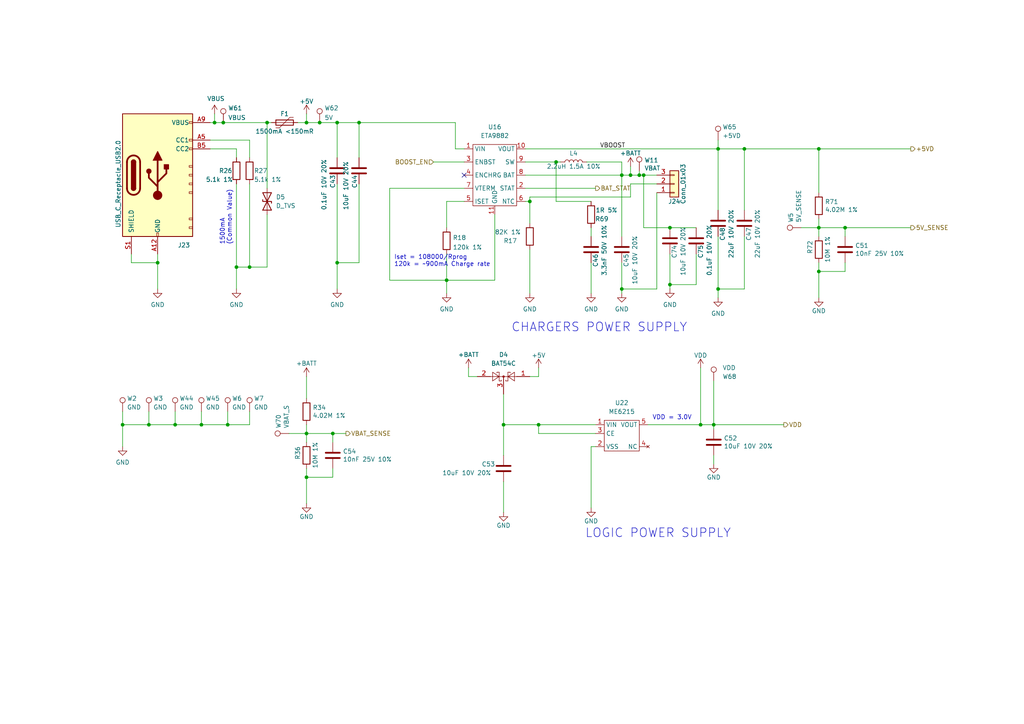
<source format=kicad_sch>
(kicad_sch (version 20211123) (generator eeschema)
  (paper "A4")
  (lib_symbols
    (symbol "Connector_Generic:Conn_01x03" (pin_names (offset 1.016) hide)
      (property "Reference" "J" (at 0 5.08 0))
      (property "Value" "Conn_01x03" (at 0 -5.08 0))
      (symbol "Conn_01x03_1_1"
        (rectangle (start -1.27 -2.413) (end 0 -2.667) (stroke (width 0.1524)))
        (rectangle (start -1.27 0.127) (end 0 -0.127) (stroke (width 0.1524)))
        (rectangle (start -1.27 2.667) (end 0 2.413) (stroke (width 0.1524)))
        (rectangle (start -1.27 3.81) (end 1.27 -3.81) (stroke (width 0.254)) (fill (type background)))
        (pin passive line (at -5.08 2.54 0) (length 3.81) (name "Pin_1") (number "1"))
        (pin passive line (at -5.08 0 0) (length 3.81) (name "Pin_2") (number "2"))
        (pin passive line (at -5.08 -2.54 0) (length 3.81) (name "Pin_3") (number "3"))
      )
    )
    (symbol "Device:C" (pin_numbers hide) (pin_names (offset 0.254))
      (property "Reference" "C" (at 0.635 2.54 0))
      (property "Value" "C" (at 0.635 -2.54 0))
      (symbol "C_0_1"
        (polyline (pts (xy -2.032 -0.762) (xy 2.032 -0.762)) (stroke (width 0.508)))
        (polyline (pts (xy -2.032 0.762) (xy 2.032 0.762)) (stroke (width 0.508)))
      )
      (symbol "C_1_1"
        (pin passive line (at 0 3.81 270) (length 2.794) (name "~") (number "1"))
        (pin passive line (at 0 -3.81 90) (length 2.794) (name "~") (number "2"))
      )
    )
    (symbol "Device:D_TVS" (pin_numbers hide) (pin_names (offset 1.016) hide)
      (property "Reference" "D" (at 0 2.54 0))
      (property "Value" "D_TVS" (at 0 -2.54 0))
      (symbol "D_TVS_0_1"
        (polyline (pts (xy 1.27 0) (xy -1.27 0)))
        (polyline (pts (xy 0.508 1.27) (xy 0 1.27) (xy 0 -1.27) (xy -0.508 -1.27)) (stroke (width 0.254)))
        (polyline (pts (xy -2.54 1.27) (xy -2.54 -1.27) (xy 2.54 1.27) (xy 2.54 -1.27) (xy -2.54 1.27)) (stroke (width 0.254)))
      )
      (symbol "D_TVS_1_1"
        (pin passive line (at -3.81 0 0) (length 2.54) (name "A1") (number "1"))
        (pin passive line (at 3.81 0 180) (length 2.54) (name "A2") (number "2"))
      )
    )
    (symbol "Device:L" (pin_numbers hide) (pin_names (offset 1.016) hide)
      (property "Reference" "L" (at -1.27 0 90))
      (property "Value" "L" (at 1.905 0 90))
      (symbol "L_0_1"
        (arc (start 0 -2.54) (mid 0.635 -1.905) (end 0 -1.27))
        (arc (start 0 -1.27) (mid 0.635 -0.635) (end 0 0))
        (arc (start 0 0) (mid 0.635 0.635) (end 0 1.27))
        (arc (start 0 1.27) (mid 0.635 1.905) (end 0 2.54))
      )
      (symbol "L_1_1"
        (pin passive line (at 0 3.81 270) (length 1.27) (name "1") (number "1"))
        (pin passive line (at 0 -3.81 90) (length 1.27) (name "2") (number "2"))
      )
    )
    (symbol "Device:Polyfuse" (pin_numbers hide) (pin_names (offset 0))
      (property "Reference" "F" (at -2.54 0 90))
      (property "Value" "Polyfuse" (at 2.54 0 90))
      (symbol "Polyfuse_0_1"
        (rectangle (start -0.762 2.54) (end 0.762 -2.54) (stroke (width 0.254)))
        (polyline (pts (xy 0 2.54) (xy 0 -2.54)))
        (polyline (pts (xy -1.524 2.54) (xy -1.524 1.524) (xy 1.524 -1.524) (xy 1.524 -2.54)))
      )
      (symbol "Polyfuse_1_1"
        (pin passive line (at 0 3.81 270) (length 1.27) (name "~") (number "1"))
        (pin passive line (at 0 -3.81 90) (length 1.27) (name "~") (number "2"))
      )
    )
    (symbol "Device:R" (pin_numbers hide) (pin_names (offset 0))
      (property "Reference" "R" (at 2.032 0 90))
      (property "Value" "R" (at 0 0 90))
      (symbol "R_0_1"
        (rectangle (start -1.016 -2.54) (end 1.016 2.54) (stroke (width 0.254)))
      )
      (symbol "R_1_1"
        (pin passive line (at 0 3.81 270) (length 1.27) (name "~") (number "1"))
        (pin passive line (at 0 -3.81 90) (length 1.27) (name "~") (number "2"))
      )
    )
    (symbol "Diode:BAT54C" (pin_names (offset 1.016))
      (property "Reference" "D" (at 0.635 -3.81 0))
      (property "Value" "BAT54C" (at -6.35 3.175 0))
      (symbol "BAT54C_0_1"
        (polyline (pts (xy -1.905 0) (xy 1.905 0)))
        (polyline (pts (xy -1.905 1.27) (xy -1.905 1.016)))
        (polyline (pts (xy -1.27 -1.27) (xy -0.635 -1.27)))
        (polyline (pts (xy -1.27 0) (xy -3.81 0)))
        (polyline (pts (xy -1.27 1.27) (xy -1.905 1.27)))
        (polyline (pts (xy -1.27 1.27) (xy -1.27 -1.27)))
        (polyline (pts (xy -0.635 -1.27) (xy -0.635 -1.016)))
        (polyline (pts (xy 0.635 -1.27) (xy 0.635 -1.016)))
        (polyline (pts (xy 1.27 -1.27) (xy 0.635 -1.27)))
        (polyline (pts (xy 1.27 1.27) (xy 1.27 -1.27)))
        (polyline (pts (xy 1.27 1.27) (xy 1.905 1.27)))
        (polyline (pts (xy 1.905 1.27) (xy 1.905 1.016)))
        (polyline (pts (xy 3.81 0) (xy 1.27 0)))
        (polyline (pts (xy -3.175 -1.27) (xy -3.175 1.27) (xy -1.27 0) (xy -3.175 -1.27)))
        (polyline (pts (xy 3.175 -1.27) (xy 3.175 1.27) (xy 1.27 0) (xy 3.175 -1.27)))
        (circle (center 0 0) (radius 0.254) (fill (type outline)))
      )
      (symbol "BAT54C_1_1"
        (pin passive line (at -7.62 0 0) (length 3.81) (name "~") (number "1"))
        (pin passive line (at 7.62 0 180) (length 3.81) (name "~") (number "2"))
        (pin passive line (at 0 -5.08 90) (length 5.08) (name "~") (number "3"))
      )
    )
    (symbol "Pixels-dice:ETA9882"
      (property "Reference" "U" (at -5.08 -17.78 0))
      (property "Value" "ETA9882" (at -10.16 2.54 0))
      (symbol "ETA9882_0_1"
        (rectangle (start -16.51 1.27) (end -3.81 -16.51))
      )
      (symbol "ETA9882_1_1"
        (pin power_in line (at -19.05 0 0) (length 2.54) (name "VIN") (number "1"))
        (pin power_out line (at -1.27 0 180) (length 2.54) (name "VOUT") (number "10"))
        (pin power_out line (at -10.16 -19.05 90) (length 2.54) (name "GND") (number "11"))
        (pin output line (at -1.27 -11.43 180) (length 2.54) (name "STAT") (number "2"))
        (pin input line (at -19.05 -3.81 0) (length 2.54) (name "ENBST") (number "3"))
        (pin input line (at -19.05 -7.62 0) (length 2.54) (name "ENCHRG") (number "4"))
        (pin output line (at -19.05 -15.24 0) (length 2.54) (name "ISET") (number "5"))
        (pin input line (at -1.27 -15.24 180) (length 2.54) (name "NTC") (number "6"))
        (pin input line (at -19.05 -11.43 0) (length 2.54) (name "VTERM") (number "7"))
        (pin power_in line (at -1.27 -7.62 180) (length 2.54) (name "BAT") (number "8"))
        (pin output line (at -1.27 -3.81 180) (length 2.54) (name "SW") (number "9"))
      )
    )
    (symbol "Pixels-dice:ME6215"
      (property "Reference" "U" (at 3.175 -6.35 0))
      (property "Value" "ME6215" (at 0 5.08 0))
      (symbol "ME6215_0_1"
        (rectangle (start -5.08 3.81) (end 5.08 -5.08))
      )
      (symbol "ME6215_1_1"
        (pin power_in line (at -7.62 2.54 0) (length 2.54) (name "VIN") (number "1"))
        (pin power_in line (at -7.62 -3.81 0) (length 2.54) (name "VSS") (number "2"))
        (pin input line (at -7.62 0 0) (length 2.54) (name "CE") (number "3"))
        (pin no_connect line (at 7.62 -3.81 180) (length 2.54) (name "NC") (number "4"))
        (pin power_out line (at 7.62 2.54 180) (length 2.54) (name "VOUT") (number "5"))
      )
    )
    (symbol "Pixels-dice:TEST_1P-conn" (pin_numbers hide) (pin_names (offset 0.762) hide)
      (property "Reference" "W" (at 0 6.858 0))
      (property "Value" "TEST_1P-conn" (at 0 5.08 0))
      (symbol "TEST_1P-conn_0_1"
        (circle (center 0 3.302) (radius 0.762))
      )
      (symbol "TEST_1P-conn_1_1"
        (pin passive line (at 0 0 90) (length 2.54) (name "1") (number "1"))
      )
    )
    (symbol "Pixels-dice:USB_C_Receptacle_USB2.0" (pin_names (offset 1.016))
      (property "Reference" "J" (at -10.16 19.05 0))
      (property "Value" "USB_C_Receptacle_USB2.0" (at 19.05 19.05 0))
      (symbol "USB_C_Receptacle_USB2.0_0_0"
        (rectangle (start -0.254 -17.78) (end 0.254 -16.764))
        (rectangle (start 10.16 -14.986) (end 9.144 -15.494))
        (rectangle (start 10.16 -12.446) (end 9.144 -12.954))
        (rectangle (start 10.16 -4.826) (end 9.144 -5.334))
        (rectangle (start 10.16 -2.286) (end 9.144 -2.794))
        (rectangle (start 10.16 0.254) (end 9.144 -0.254))
        (rectangle (start 10.16 2.794) (end 9.144 2.286))
        (rectangle (start 10.16 7.874) (end 9.144 7.366))
        (rectangle (start 10.16 10.414) (end 9.144 9.906))
        (rectangle (start 10.16 15.494) (end 9.144 14.986))
      )
      (symbol "USB_C_Receptacle_USB2.0_0_1"
        (rectangle (start -10.16 17.78) (end 10.16 -17.78) (stroke (width 0.254)) (fill (type background)))
        (arc (start -8.89 -3.81) (mid -6.985 -5.715) (end -5.08 -3.81) (stroke (width 0.508)))
        (arc (start -7.62 -3.81) (mid -6.985 -4.445) (end -6.35 -3.81) (stroke (width 0.254)))
        (arc (start -7.62 -3.81) (mid -6.985 -4.445) (end -6.35 -3.81) (stroke (width 0.254)) (fill (type outline)))
        (rectangle (start -7.62 -3.81) (end -6.35 3.81) (stroke (width 0.254)) (fill (type outline)))
        (arc (start -6.35 3.81) (mid -6.985 4.445) (end -7.62 3.81) (stroke (width 0.254)))
        (arc (start -6.35 3.81) (mid -6.985 4.445) (end -7.62 3.81) (stroke (width 0.254)) (fill (type outline)))
        (arc (start -5.08 3.81) (mid -6.985 5.715) (end -8.89 3.81) (stroke (width 0.508)))
        (circle (center -2.54 1.143) (radius 0.635) (stroke (width 0.254)) (fill (type outline)))
        (circle (center 0 -5.842) (radius 1.27) (fill (type outline)))
        (polyline (pts (xy -8.89 -3.81) (xy -8.89 3.81)) (stroke (width 0.508)))
        (polyline (pts (xy -5.08 3.81) (xy -5.08 -3.81)) (stroke (width 0.508)))
        (polyline (pts (xy 0 -5.842) (xy 0 4.318)) (stroke (width 0.508)))
        (polyline (pts (xy 0 -3.302) (xy -2.54 -0.762) (xy -2.54 0.508)) (stroke (width 0.508)))
        (polyline (pts (xy 0 -2.032) (xy 2.54 0.508) (xy 2.54 1.778)) (stroke (width 0.508)))
        (polyline (pts (xy -1.27 4.318) (xy 0 6.858) (xy 1.27 4.318) (xy -1.27 4.318)) (stroke (width 0.254)) (fill (type outline)))
        (rectangle (start 1.905 1.778) (end 3.175 3.048) (stroke (width 0.254)) (fill (type outline)))
      )
      (symbol "USB_C_Receptacle_USB2.0_1_1"
        (pin passive line (at 0 -22.86 90) (length 5.08) (name "GND") (number "A12"))
        (pin bidirectional line (at 15.24 10.16 180) (length 5.08) (name "CC1") (number "A5"))
        (pin passive line (at 15.24 15.24 180) (length 5.08) (name "VBUS") (number "A9"))
        (pin passive line (at 0 -22.86 90) (length 5.08) hide (name "GND") (number "B12"))
        (pin bidirectional line (at 15.24 7.62 180) (length 5.08) (name "CC2") (number "B5"))
        (pin passive line (at 15.24 15.24 180) (length 5.08) hide (name "VBUS") (number "B9"))
        (pin passive line (at -7.62 -22.86 90) (length 5.08) (name "SHIELD") (number "S1"))
      )
    )
    (symbol "power:+5V" (power) (pin_names (offset 0))
      (property "Value" "+5V" (at 0 3.556 0))
      (symbol "+5V_0_1"
        (polyline (pts (xy -0.762 1.27) (xy 0 2.54)))
        (polyline (pts (xy 0 0) (xy 0 2.54)))
        (polyline (pts (xy 0 2.54) (xy 0.762 1.27)))
      )
      (symbol "+5V_1_1"
        (pin power_in line (at 0 0 90) (length 0) hide (name "+5V") (number "1"))
      )
    )
    (symbol "power:+BATT" (power) (pin_names (offset 0))
      (property "Value" "+BATT" (at 0 3.556 0))
      (symbol "+BATT_0_1"
        (polyline (pts (xy -0.762 1.27) (xy 0 2.54)))
        (polyline (pts (xy 0 0) (xy 0 2.54)))
        (polyline (pts (xy 0 2.54) (xy 0.762 1.27)))
      )
      (symbol "+BATT_1_1"
        (pin power_in line (at 0 0 90) (length 0) hide (name "+BATT") (number "1"))
      )
    )
    (symbol "power:GND" (power) (pin_names (offset 0))
      (property "Value" "GND" (at 0 -3.81 0))
      (symbol "GND_0_1"
        (polyline (pts (xy 0 0) (xy 0 -1.27) (xy 1.27 -1.27) (xy 0 -2.54) (xy -1.27 -1.27) (xy 0 -1.27)))
      )
      (symbol "GND_1_1"
        (pin power_in line (at 0 0 270) (length 0) hide (name "GND") (number "1"))
      )
    )
    (symbol "power:VBUS" (power) (pin_names (offset 0))
      (property "Value" "VBUS" (at 0 3.81 0))
      (symbol "VBUS_0_1"
        (polyline (pts (xy -0.762 1.27) (xy 0 2.54)))
        (polyline (pts (xy 0 0) (xy 0 2.54)))
        (polyline (pts (xy 0 2.54) (xy 0.762 1.27)))
      )
      (symbol "VBUS_1_1"
        (pin power_in line (at 0 0 90) (length 0) hide (name "VBUS") (number "1"))
      )
    )
    (symbol "power:VDD" (power) (pin_names (offset 0))
      (property "Value" "VDD" (at 0 3.81 0))
      (symbol "VDD_0_1"
        (polyline (pts (xy -0.762 1.27) (xy 0 2.54)))
        (polyline (pts (xy 0 0) (xy 0 2.54)))
        (polyline (pts (xy 0 2.54) (xy 0.762 1.27)))
      )
      (symbol "VDD_1_1"
        (pin power_in line (at 0 0 90) (length 0) hide (name "VDD") (number "1"))
      )
    )
  )
  (junction (at 66.04 123.19))
  (junction (at 203.2 123.19))
  (junction (at 180.34 50.8))
  (junction (at 194.31 66.04))
  (junction (at 237.49 43.18))
  (junction (at 208.28 83.82))
  (junction (at 207.01 123.19))
  (junction (at 58.42 123.19))
  (junction (at 215.9 43.18))
  (junction (at 72.39 77.47))
  (junction (at 96.52 125.73))
  (junction (at 129.54 81.28))
  (junction (at 62.23 35.56))
  (junction (at 180.34 83.82))
  (junction (at 88.9 35.56))
  (junction (at 43.18 123.19))
  (junction (at 45.72 76.2))
  (junction (at 194.31 82.55))
  (junction (at 156.21 123.19))
  (junction (at 92.71 35.56))
  (junction (at 68.58 77.47))
  (junction (at 245.11 66.04))
  (junction (at 153.67 58.42))
  (junction (at 88.9 138.43))
  (junction (at 237.49 78.74))
  (junction (at 50.8 123.19))
  (junction (at 161.29 46.99))
  (junction (at 185.42 50.8))
  (junction (at 97.79 35.56))
  (junction (at 97.79 76.2))
  (junction (at 182.88 50.8))
  (junction (at 237.49 66.04))
  (junction (at 77.47 35.56))
  (junction (at 186.69 50.8))
  (junction (at 104.14 35.56))
  (junction (at 208.28 43.18))
  (junction (at 88.9 125.73))
  (junction (at 146.05 123.19))
  (junction (at 35.56 123.19))
  (junction (at 64.77 35.56))
  (no_connect (at 134.62 50.8))
  (wire (pts (xy 62.23 33.02) (xy 62.23 35.56)))
  (wire (pts (xy 245.11 76.2) (xy 245.11 78.74)))
  (wire (pts (xy 72.39 53.34) (xy 72.39 77.47)))
  (wire (pts (xy 35.56 123.19) (xy 35.56 129.54)))
  (wire (pts (xy 201.93 73.66) (xy 201.93 82.55)))
  (wire (pts (xy 237.49 43.18) (xy 264.16 43.18)))
  (wire (pts (xy 156.21 123.19) (xy 172.72 123.19)))
  (wire (pts (xy 245.11 66.04) (xy 245.11 68.58)))
  (wire (pts (xy 215.9 83.82) (xy 208.28 83.82)))
  (wire (pts (xy 180.34 46.99) (xy 180.34 50.8)))
  (wire (pts (xy 146.05 139.7) (xy 146.05 148.59)))
  (wire (pts (xy 135.89 109.22) (xy 138.43 109.22)))
  (wire (pts (xy 245.11 66.04) (xy 264.16 66.04)))
  (wire (pts (xy 134.62 54.61) (xy 113.03 54.61)))
  (wire (pts (xy 171.45 129.54) (xy 171.45 147.32)))
  (wire (pts (xy 97.79 53.34) (xy 97.79 76.2)))
  (wire (pts (xy 97.79 35.56) (xy 97.79 45.72)))
  (wire (pts (xy 194.31 73.66) (xy 194.31 82.55)))
  (wire (pts (xy 77.47 35.56) (xy 78.74 35.56)))
  (wire (pts (xy 45.72 73.66) (xy 45.72 76.2)))
  (wire (pts (xy 88.9 33.02) (xy 88.9 35.56)))
  (wire (pts (xy 185.42 49.53) (xy 185.42 50.8)))
  (wire (pts (xy 96.52 138.43) (xy 88.9 138.43)))
  (wire (pts (xy 237.49 63.5) (xy 237.49 66.04)))
  (wire (pts (xy 186.69 66.04) (xy 186.69 50.8)))
  (wire (pts (xy 152.4 50.8) (xy 180.34 50.8)))
  (wire (pts (xy 88.9 109.22) (xy 88.9 115.57)))
  (wire (pts (xy 66.04 123.19) (xy 72.39 123.19)))
  (wire (pts (xy 237.49 66.04) (xy 245.11 66.04)))
  (wire (pts (xy 113.03 54.61) (xy 113.03 81.28)))
  (wire (pts (xy 77.47 62.23) (xy 77.47 77.47)))
  (wire (pts (xy 146.05 114.3) (xy 146.05 123.19)))
  (wire (pts (xy 182.88 53.34) (xy 182.88 57.15)))
  (wire (pts (xy 68.58 43.18) (xy 68.58 45.72)))
  (wire (pts (xy 237.49 76.2) (xy 237.49 78.74)))
  (wire (pts (xy 72.39 77.47) (xy 68.58 77.47)))
  (wire (pts (xy 208.28 43.18) (xy 208.28 60.96)))
  (wire (pts (xy 129.54 58.42) (xy 129.54 66.04)))
  (wire (pts (xy 201.93 82.55) (xy 194.31 82.55)))
  (wire (pts (xy 161.29 46.99) (xy 162.56 46.99)))
  (wire (pts (xy 38.1 76.2) (xy 45.72 76.2)))
  (wire (pts (xy 104.14 76.2) (xy 97.79 76.2)))
  (wire (pts (xy 161.29 58.42) (xy 161.29 46.99)))
  (wire (pts (xy 66.04 123.19) (xy 66.04 119.38)))
  (wire (pts (xy 208.28 43.18) (xy 215.9 43.18)))
  (wire (pts (xy 35.56 123.19) (xy 43.18 123.19)))
  (wire (pts (xy 146.05 123.19) (xy 156.21 123.19)))
  (wire (pts (xy 104.14 35.56) (xy 104.14 45.72)))
  (wire (pts (xy 38.1 73.66) (xy 38.1 76.2)))
  (wire (pts (xy 96.52 135.89) (xy 96.52 138.43)))
  (wire (pts (xy 207.01 132.08) (xy 207.01 134.62)))
  (wire (pts (xy 207.01 123.19) (xy 207.01 124.46)))
  (wire (pts (xy 203.2 106.68) (xy 203.2 123.19)))
  (wire (pts (xy 104.14 35.56) (xy 132.08 35.56)))
  (wire (pts (xy 96.52 125.73) (xy 96.52 128.27)))
  (wire (pts (xy 83.82 125.73) (xy 88.9 125.73)))
  (wire (pts (xy 153.67 58.42) (xy 153.67 64.77)))
  (wire (pts (xy 187.96 123.19) (xy 203.2 123.19)))
  (wire (pts (xy 180.34 50.8) (xy 180.34 68.58)))
  (wire (pts (xy 97.79 76.2) (xy 97.79 83.82)))
  (wire (pts (xy 208.28 40.64) (xy 208.28 43.18)))
  (wire (pts (xy 156.21 106.68) (xy 156.21 109.22)))
  (wire (pts (xy 208.28 68.58) (xy 208.28 83.82)))
  (wire (pts (xy 182.88 48.26) (xy 182.88 50.8)))
  (wire (pts (xy 203.2 123.19) (xy 207.01 123.19)))
  (wire (pts (xy 207.01 110.49) (xy 207.01 123.19)))
  (wire (pts (xy 50.8 123.19) (xy 58.42 123.19)))
  (wire (pts (xy 88.9 125.73) (xy 96.52 125.73)))
  (wire (pts (xy 185.42 50.8) (xy 186.69 50.8)))
  (wire (pts (xy 156.21 123.19) (xy 156.21 125.73)))
  (wire (pts (xy 72.39 123.19) (xy 72.39 119.38)))
  (wire (pts (xy 113.03 81.28) (xy 129.54 81.28)))
  (wire (pts (xy 68.58 77.47) (xy 68.58 83.82)))
  (wire (pts (xy 92.71 35.56) (xy 97.79 35.56)))
  (wire (pts (xy 215.9 68.58) (xy 215.9 83.82)))
  (wire (pts (xy 152.4 58.42) (xy 153.67 58.42)))
  (wire (pts (xy 129.54 73.66) (xy 129.54 81.28)))
  (wire (pts (xy 152.4 43.18) (xy 208.28 43.18)))
  (wire (pts (xy 172.72 125.73) (xy 156.21 125.73)))
  (wire (pts (xy 86.36 35.56) (xy 88.9 35.56)))
  (wire (pts (xy 237.49 78.74) (xy 237.49 86.36)))
  (wire (pts (xy 88.9 35.56) (xy 92.71 35.56)))
  (wire (pts (xy 60.96 40.64) (xy 72.39 40.64)))
  (wire (pts (xy 64.77 35.56) (xy 77.47 35.56)))
  (wire (pts (xy 132.08 35.56) (xy 132.08 43.18)))
  (wire (pts (xy 88.9 138.43) (xy 88.9 146.05)))
  (wire (pts (xy 97.79 35.56) (xy 104.14 35.56)))
  (wire (pts (xy 104.14 53.34) (xy 104.14 76.2)))
  (wire (pts (xy 182.88 57.15) (xy 153.67 57.15)))
  (wire (pts (xy 43.18 123.19) (xy 43.18 119.38)))
  (wire (pts (xy 135.89 106.68) (xy 135.89 109.22)))
  (wire (pts (xy 88.9 135.89) (xy 88.9 138.43)))
  (wire (pts (xy 77.47 35.56) (xy 77.47 54.61)))
  (wire (pts (xy 186.69 66.04) (xy 194.31 66.04)))
  (wire (pts (xy 132.08 43.18) (xy 134.62 43.18)))
  (wire (pts (xy 215.9 43.18) (xy 237.49 43.18)))
  (wire (pts (xy 237.49 43.18) (xy 237.49 55.88)))
  (wire (pts (xy 60.96 35.56) (xy 62.23 35.56)))
  (wire (pts (xy 237.49 66.04) (xy 237.49 68.58)))
  (wire (pts (xy 58.42 123.19) (xy 66.04 123.19)))
  (wire (pts (xy 153.67 72.39) (xy 153.67 85.09)))
  (wire (pts (xy 125.73 46.99) (xy 134.62 46.99)))
  (wire (pts (xy 129.54 81.28) (xy 143.51 81.28)))
  (wire (pts (xy 208.28 83.82) (xy 208.28 86.36)))
  (wire (pts (xy 180.34 76.2) (xy 180.34 83.82)))
  (wire (pts (xy 35.56 119.38) (xy 35.56 123.19)))
  (wire (pts (xy 171.45 58.42) (xy 161.29 58.42)))
  (wire (pts (xy 50.8 123.19) (xy 50.8 119.38)))
  (wire (pts (xy 60.96 43.18) (xy 68.58 43.18)))
  (wire (pts (xy 152.4 46.99) (xy 161.29 46.99)))
  (wire (pts (xy 171.45 76.2) (xy 171.45 85.09)))
  (wire (pts (xy 77.47 77.47) (xy 72.39 77.47)))
  (wire (pts (xy 156.21 109.22) (xy 153.67 109.22)))
  (wire (pts (xy 143.51 62.23) (xy 143.51 81.28)))
  (wire (pts (xy 152.4 54.61) (xy 172.72 54.61)))
  (wire (pts (xy 129.54 58.42) (xy 134.62 58.42)))
  (wire (pts (xy 170.18 46.99) (xy 180.34 46.99)))
  (wire (pts (xy 72.39 40.64) (xy 72.39 45.72)))
  (wire (pts (xy 232.41 66.04) (xy 237.49 66.04)))
  (wire (pts (xy 245.11 78.74) (xy 237.49 78.74)))
  (wire (pts (xy 58.42 123.19) (xy 58.42 119.38)))
  (wire (pts (xy 146.05 132.08) (xy 146.05 123.19)))
  (wire (pts (xy 180.34 50.8) (xy 182.88 50.8)))
  (wire (pts (xy 62.23 35.56) (xy 64.77 35.56)))
  (wire (pts (xy 182.88 53.34) (xy 190.5 53.34)))
  (wire (pts (xy 171.45 129.54) (xy 172.72 129.54)))
  (wire (pts (xy 45.72 76.2) (xy 45.72 83.82)))
  (wire (pts (xy 194.31 82.55) (xy 194.31 83.82)))
  (wire (pts (xy 182.88 50.8) (xy 185.42 50.8)))
  (wire (pts (xy 207.01 123.19) (xy 227.33 123.19)))
  (wire (pts (xy 68.58 53.34) (xy 68.58 77.47)))
  (wire (pts (xy 186.69 50.8) (xy 190.5 50.8)))
  (wire (pts (xy 88.9 123.19) (xy 88.9 125.73)))
  (wire (pts (xy 88.9 125.73) (xy 88.9 128.27)))
  (wire (pts (xy 153.67 57.15) (xy 153.67 58.42)))
  (wire (pts (xy 96.52 125.73) (xy 100.33 125.73)))
  (wire (pts (xy 215.9 43.18) (xy 215.9 60.96)))
  (wire (pts (xy 43.18 123.19) (xy 50.8 123.19)))
  (wire (pts (xy 190.5 55.88) (xy 190.5 83.82)))
  (wire (pts (xy 129.54 81.28) (xy 129.54 85.09)))
  (wire (pts (xy 194.31 66.04) (xy 201.93 66.04)))
  (wire (pts (xy 171.45 66.04) (xy 171.45 68.58)))
  (wire (pts (xy 180.34 83.82) (xy 190.5 83.82)))
  (wire (pts (xy 180.34 83.82) (xy 180.34 85.09)))
  (text "1500mA\n(Common Value)" (at 67.31 71.12 90) (effects (font (size 1.27 1.27)) (justify left bottom)))
  (text "CHARGERS POWER SUPPLY" (at 199.39 96.52 180) (effects (font (size 2.54 2.54)) (justify right bottom)))
  (text "VDD = 3.0V" (at 200.66 121.92 180) (effects (font (size 1.27 1.27)) (justify right bottom)))
  (text "Iset = 108000/Rprog\n120k = ~900mA Charge rate" (at 114.3 77.47 0) (effects (font (size 1.27 1.27)) (justify left bottom)))
  (text "LOGIC POWER SUPPLY" (at 212.09 156.21 180) (effects (font (size 2.54 2.54)) (justify right bottom)))
  (label "VBOOST" (at 173.99 43.18 0))
  (hierarchical_label "VDD" (shape output) (at 227.33 123.19 0))
  (hierarchical_label "VBAT_SENSE" (shape output) (at 100.33 125.73 0))
  (hierarchical_label "5V_SENSE" (shape output) (at 264.16 66.04 0))
  (hierarchical_label "BAT_STAT" (shape output) (at 172.72 54.61 0))
  (hierarchical_label "+5VD" (shape output) (at 264.16 43.18 0))
  (hierarchical_label "BOOST_EN" (shape input) (at 125.73 46.99 180))
  (symbol (lib_id "power:GND") (at 180.34 85.09 0) (unit 1)
    (property "Reference" "#PWR0104" (effects hide))
    (property "Value" "GND" (at 180.34 89.6525 0))
  )
  (symbol (lib_id "Pixels-dice:TEST_1P-conn") (at 208.28 40.64 0) (unit 1)
    (property "Reference" "W65" (at 209.55 36.83 0) (effects (justify left)))
    (property "Value" "+5VD" (at 209.55 39.37 0) (effects (justify left)))
    (property "Footprint" "Pixels-dice:TestPoint_1.5x1.5_Drill0.9mm" (effects hide))
  )
  (symbol (lib_id "Device:C") (at 180.34 72.39 0) (unit 1)
    (property "Reference" "C45" (at 181.61 77.47 90) (effects (justify left)))
    (property "Value" "10uF 10V 20%" (at 184.15 82.55 90) (effects (justify left)))
    (property "Footprint" "Capacitor_SMD:C_0603_1608Metric" (effects hide))
    (property "Generic OK" "YES" (effects hide))
    (property "Manufacturer" "Murata" (effects hide))
    (property "Manufacturer Part Number" "GRM188R61A106ME69D" (effects hide))
  )
  (symbol (lib_id "power:+5V") (at 88.9 33.02 0) (unit 1)
    (property "Reference" "#PWR059" (effects hide))
    (property "Value" "+5V" (at 88.9 29.4155 0))
  )
  (symbol (lib_id "power:+5V") (at 156.21 106.68 0) (unit 1)
    (property "Reference" "#PWR085" (effects hide))
    (property "Value" "+5V" (at 156.21 103.0755 0))
  )
  (symbol (lib_id "Pixels-dice:TEST_1P-conn") (at 92.71 35.56 0) (unit 1)
    (property "Reference" "W62" (at 94.107 31.3495 0) (effects (justify left)))
    (property "Value" "5V" (at 94.107 34.1246 0) (effects (justify left)))
    (property "Footprint" "Pixels-dice:TEST_PIN" (effects hide))
  )
  (symbol (lib_id "power:+BATT") (at 88.9 109.22 0) (unit 1)
    (property "Reference" "#PWR081" (effects hide))
    (property "Value" "+BATT" (at 88.9 105.41 0))
  )
  (symbol (lib_id "Pixels-dice:TEST_1P-conn") (at 64.77 35.56 0) (unit 1)
    (property "Reference" "W61" (at 66.167 31.3495 0) (effects (justify left)))
    (property "Value" "VBUS" (at 66.167 34.1246 0) (effects (justify left)))
    (property "Footprint" "Pixels-dice:TestPoint_1.5x1.5_Drill0.9mm" (effects hide))
  )
  (symbol (lib_id "Device:Polyfuse") (at 82.55 35.56 90) (unit 1)
    (property "Reference" "F1" (at 82.55 33.02 90))
    (property "Value" "1500mA <150mR" (at 82.55 38.1 90))
    (property "Footprint" "Fuse:Fuse_1206_3216Metric" (effects hide))
    (property "Manufacturer" "Shenzhen JDT Fuse" (effects hide))
    (property "LCSC Part Number" "C135341" (effects hide))
    (property "Manufacturer Part Number" "ASMD1206-150" (effects hide))
    (property "Generic OK" "YES" (effects hide))
  )
  (symbol (lib_id "Device:R") (at 68.58 49.53 180) (unit 1)
    (property "Reference" "R26" (at 63.5 49.53 0) (effects (justify right)))
    (property "Value" "5.1k 1%" (at 59.69 52.07 0) (effects (justify right)))
    (property "Footprint" "Resistor_SMD:R_0402_1005Metric" (effects hide))
    (property "LCSC Part Number" "C25905" (effects hide))
    (property "Manufacturer" "UNI-ROYAL(Uniroyal Elec)" (effects hide))
    (property "Manufacturer Part Number" "0402WGF5101TCE" (effects hide))
    (property "Generic OK" "YES" (effects hide))
  )
  (symbol (lib_id "Device:C") (at 201.93 69.85 0) (unit 1)
    (property "Reference" "C75" (at 203.2 74.93 90) (effects (justify left)))
    (property "Value" "0.1uF 10V 20%" (at 205.74 80.01 90) (effects (justify left)))
    (property "Footprint" "Capacitor_SMD:C_0402_1005Metric" (effects hide))
    (property "Generic OK" "YES" (effects hide))
    (property "Manufacturer" "Murata" (effects hide))
    (property "Manufacturer Part Number" "GRM155R61H104KE19D" (effects hide))
  )
  (symbol (lib_id "power:GND") (at 68.58 83.82 0) (unit 1)
    (property "Reference" "#PWR065" (effects hide))
    (property "Value" "GND" (at 68.58 88.3825 0))
  )
  (symbol (lib_id "Device:R") (at 72.39 49.53 180) (unit 1)
    (property "Reference" "R27" (at 73.66 49.53 0) (effects (justify right)))
    (property "Value" "5.1k 1%" (at 73.66 52.07 0) (effects (justify right)))
    (property "Footprint" "Resistor_SMD:R_0402_1005Metric" (effects hide))
    (property "LCSC Part Number" "C25905" (effects hide))
    (property "Manufacturer" "UNI-ROYAL(Uniroyal Elec)" (effects hide))
    (property "Manufacturer Part Number" "0402WGF5101TCE" (effects hide))
    (property "Generic OK" "YES" (effects hide))
  )
  (symbol (lib_id "Pixels-dice:TEST_1P-conn") (at 43.18 119.38 0) (unit 1)
    (property "Reference" "W3" (at 44.45 115.57 0) (effects (justify left)))
    (property "Value" "GND" (at 44.45 118.11 0) (effects (justify left)))
    (property "Footprint" "Pixels-dice:TestPoint_1.5x1.5_Drill0.9mm" (effects hide))
  )
  (symbol (lib_id "power:VBUS") (at 62.23 33.02 0) (unit 1)
    (property "Reference" "#PWR058" (effects hide))
    (property "Value" "VBUS" (at 62.611 28.6258 0))
  )
  (symbol (lib_id "Device:L") (at 166.37 46.99 90) (unit 1)
    (property "Reference" "L4" (at 166.37 44.45 90))
    (property "Value" "2.2uH 1.5A 10%" (at 166.37 48.26 90))
    (property "Footprint" "Pixels-dice:SPM6530" (effects hide))
    (property "Generic OK" "YES" (effects hide))
    (property "Manufacturer" "TDK" (effects hide))
    (property "Manufacturer Part Number" "SPM6530T-2R2M" (effects hide))
    (property "LCSC Part Number" "C76857" (effects hide))
  )
  (symbol (lib_id "power:GND") (at 97.79 83.82 0) (unit 1)
    (property "Reference" "#PWR067" (effects hide))
    (property "Value" "GND" (at 97.79 88.3825 0))
  )
  (symbol (lib_id "Device:C") (at 171.45 72.39 0) (unit 1)
    (property "Reference" "C46" (at 172.72 77.47 90) (effects (justify left)))
    (property "Value" "3.3nF 50V 10%" (at 175.26 80.01 90) (effects (justify left)))
    (property "Footprint" "Capacitor_SMD:C_0402_1005Metric" (effects hide))
    (property "Generic OK" "YES" (effects hide))
    (property "Pixels Part Number" "SMD-C007" (effects hide))
    (property "Manufacturer" "Murata" (effects hide))
    (property "Manufacturer Part Number" "GRM155R71H332KA01D" (effects hide))
  )
  (symbol (lib_id "Pixels-dice:USB_C_Receptacle_USB2.0") (at 45.72 50.8 0) (unit 1)
    (property "Reference" "J23" (at 53.34 71.12 0))
    (property "Value" "USB_C_Receptacle_USB2.0" (at 34.29 53.34 90))
    (property "Footprint" "Pixels-dice:USB-C-SMD_10P-P1.00-L6.8-W8.9" (effects hide))
    (property "Datasheet" "https://www.usb.org/sites/default/files/documents/usb_type-c.zip" (effects hide))
    (property "LCSC Part Number" "C283540" (effects hide))
    (property "Manufacturer" "Korean Hroparts Elec" (effects hide))
    (property "Manufacturer Part Number" "TYPE-C-31-M-17" (effects hide))
    (property "Generic OK" "NO" (effects hide))
  )
  (symbol (lib_id "Device:C") (at 208.28 64.77 0) (unit 1)
    (property "Reference" "C48" (at 209.55 69.85 90) (effects (justify left)))
    (property "Value" "22uF 10V 20%" (at 212.09 74.93 90) (effects (justify left)))
    (property "Footprint" "Capacitor_SMD:C_0805_2012Metric" (effects hide))
    (property "Manufacturer" "Murata" (effects hide))
    (property "Generic OK" "YES" (effects hide))
  )
  (symbol (lib_id "power:GND") (at 35.56 129.54 0) (unit 1)
    (property "Reference" "#PWR010" (effects hide))
    (property "Value" "GND" (at 35.56 134.1025 0))
  )
  (symbol (lib_id "Pixels-dice:TEST_1P-conn") (at 35.56 119.38 0) (unit 1)
    (property "Reference" "W2" (at 36.83 115.57 0) (effects (justify left)))
    (property "Value" "GND" (at 36.83 118.11 0) (effects (justify left)))
    (property "Footprint" "Pixels-dice:TestPoint_1.5x1.5_Drill0.9mm" (effects hide))
  )
  (symbol (lib_id "Pixels-dice:TEST_1P-conn") (at 207.01 110.49 0) (unit 1)
    (property "Reference" "W68" (at 209.55 109.22 0) (effects (justify left)))
    (property "Value" "VDD" (at 209.55 106.68 0) (effects (justify left)))
    (property "Footprint" "Pixels-dice:TestPoint_1.5x1.5_Drill0.9mm" (effects hide))
  )
  (symbol (lib_id "power:GND") (at 194.31 83.82 0) (unit 1)
    (property "Reference" "#PWR0119" (effects hide))
    (property "Value" "GND" (at 194.31 88.3825 0))
  )
  (symbol (lib_id "Pixels-dice:TEST_1P-conn") (at 232.41 66.04 90) (unit 1)
    (property "Reference" "W5" (at 229.362 64.5668 0) (effects (justify left)))
    (property "Value" "5V_SENSE" (at 231.6734 64.5668 0) (effects (justify left)))
    (property "Footprint" "Pixels-dice:TestPoint_1.5x1.5_Drill0.9mm" (effects hide))
  )
  (symbol (lib_id "Pixels-dice:ETA9882") (at 153.67 43.18 0) (unit 1)
    (property "Reference" "U16" (at 143.51 36.83 0))
    (property "Value" "ETA9882" (at 143.51 39.37 0))
    (property "Footprint" "Pixels-dice:ESSOP10" (effects hide))
    (property "Manufacturer" "ETA Semiconductor Limited" (effects hide))
    (property "Manufacturer Part Number" "ETA9882E10" (effects hide))
  )
  (symbol (lib_id "Device:C") (at 207.01 128.27 0) (unit 1)
    (property "Reference" "C52" (at 209.931 127.1016 0) (effects (justify left)))
    (property "Value" "10uF 10V 20%" (at 209.931 129.413 0) (effects (justify left)))
    (property "Footprint" "Capacitor_SMD:C_0603_1608Metric" (effects hide))
    (property "Generic OK" "YES" (effects hide))
    (property "Pixels Part Number" "SMD-C002" (effects hide))
    (property "Manufacturer" "Murata" (effects hide))
    (property "Manufacturer Part Number" "GRM188R61A106ME69D" (effects hide))
  )
  (symbol (lib_id "Pixels-dice:TEST_1P-conn") (at 66.04 119.38 0) (unit 1)
    (property "Reference" "W6" (at 67.31 115.57 0) (effects (justify left)))
    (property "Value" "GND" (at 67.31 118.11 0) (effects (justify left)))
    (property "Footprint" "Pixels-dice:TestPoint_1.5x1.5_Drill0.9mm" (effects hide))
  )
  (symbol (lib_id "Device:C") (at 96.52 132.08 0) (unit 1)
    (property "Reference" "C54" (at 99.441 130.9116 0) (effects (justify left)))
    (property "Value" "10nF 25V 10%" (at 99.441 133.223 0) (effects (justify left)))
    (property "Footprint" "Capacitor_SMD:C_0402_1005Metric" (effects hide))
    (property "Generic OK" "YES" (effects hide))
    (property "Pixels Part Number" "SMD-C009" (effects hide))
    (property "Manufacturer" "Murata" (effects hide))
    (property "Manufacturer Part Number" "GRM155R71H103KA88" (effects hide))
    (property "LCSC Part Number" "C2175791" (effects hide))
  )
  (symbol (lib_id "Diode:BAT54C") (at 146.05 109.22 0) (mirror y) (unit 1)
    (property "Reference" "D4" (at 146.05 102.87 0))
    (property "Value" "BAT54C" (at 146.05 105.41 0))
    (property "Footprint" "Package_TO_SOT_SMD:SOT-23" (effects hide))
    (property "Datasheet" "http://www.diodes.com/_files/datasheets/ds11005.pdf" (effects hide))
    (property "Generic OK" "YES" (effects hide))
    (property "LCSC Part Number" "C37704" (effects hide))
    (property "Manufacturer" "Nexperia" (effects hide))
    (property "Manufacturer Part Number" "BAT54C,215" (effects hide))
  )
  (symbol (lib_id "Device:C") (at 97.79 49.53 0) (unit 1)
    (property "Reference" "C43" (at 96.52 54.61 90) (effects (justify left)))
    (property "Value" "0.1uF 10V 20%" (at 93.98 60.96 90) (effects (justify left)))
    (property "Footprint" "Capacitor_SMD:C_0402_1005Metric" (effects hide))
    (property "LCSC Part Number" "C2168305" (effects hide))
    (property "Manufacturer" "Murata" (effects hide))
    (property "Manufacturer Part Number" "GRM155R61H104KE19D" (effects hide))
    (property "Generic OK" "YES" (effects hide))
  )
  (symbol (lib_id "Pixels-dice:TEST_1P-conn") (at 72.39 119.38 0) (unit 1)
    (property "Reference" "W7" (at 73.66 115.57 0) (effects (justify left)))
    (property "Value" "GND" (at 73.66 118.11 0) (effects (justify left)))
    (property "Footprint" "Pixels-dice:TestPoint_1.5x1.5_Drill0.9mm" (effects hide))
  )
  (symbol (lib_id "Pixels-dice:TEST_1P-conn") (at 50.8 119.38 0) (unit 1)
    (property "Reference" "W44" (at 52.07 115.57 0) (effects (justify left)))
    (property "Value" "GND" (at 52.07 118.11 0) (effects (justify left)))
    (property "Footprint" "Pixels-dice:TestPoint_1.5x1.5_Drill0.9mm" (effects hide))
  )
  (symbol (lib_id "Pixels-dice:TEST_1P-conn") (at 185.42 49.53 0) (unit 1)
    (property "Reference" "W11" (at 186.8932 46.482 0) (effects (justify left)))
    (property "Value" "VBAT" (at 186.8932 48.7934 0) (effects (justify left)))
    (property "Footprint" "Pixels-dice:TestPoint_1.5x1.5_Drill0.9mm" (effects hide))
  )
  (symbol (lib_id "power:GND") (at 45.72 83.82 0) (unit 1)
    (property "Reference" "#PWR064" (effects hide))
    (property "Value" "GND" (at 45.72 88.3825 0))
  )
  (symbol (lib_id "Device:C") (at 194.31 69.85 0) (unit 1)
    (property "Reference" "C74" (at 195.58 74.93 90) (effects (justify left)))
    (property "Value" "10uF 10V 20%" (at 198.12 80.01 90) (effects (justify left)))
    (property "Footprint" "Capacitor_SMD:C_0603_1608Metric" (effects hide))
    (property "Generic OK" "YES" (effects hide))
    (property "Manufacturer" "Murata" (effects hide))
    (property "Manufacturer Part Number" "GRM188R61A106ME69D" (effects hide))
  )
  (symbol (lib_id "Device:R") (at 171.45 62.23 180) (unit 1)
    (property "Reference" "R69" (at 176.53 63.5 0) (effects (justify left)))
    (property "Value" "1R 5%" (at 179.07 60.96 0) (effects (justify left)))
    (property "Footprint" "Resistor_SMD:R_0402_1005Metric" (effects hide))
    (property "Generic OK" "YES" (effects hide))
    (property "Pixels Part Number" "SMD-R006" (effects hide))
    (property "Manufacturer" "UNI-ROYAL(Uniroyal Elec)" (effects hide))
    (property "Manufacturer Part Number" "0402WGJ010JTCE" (effects hide))
  )
  (symbol (lib_id "Device:C") (at 104.14 49.53 0) (unit 1)
    (property "Reference" "C44" (at 102.87 54.61 90) (effects (justify left)))
    (property "Value" "10uF 10V 20%" (at 100.33 60.96 90) (effects (justify left)))
    (property "Footprint" "Capacitor_SMD:C_0603_1608Metric" (effects hide))
    (property "Manufacturer" "Murata" (effects hide))
    (property "Manufacturer Part Number" "GRM188R61A106ME69D" (effects hide))
    (property "Generic OK" "YES" (effects hide))
  )
  (symbol (lib_id "power:GND") (at 171.45 147.32 0) (unit 1)
    (property "Reference" "#PWR084" (effects hide))
    (property "Value" "GND" (at 171.45 151.13 0))
  )
  (symbol (lib_id "Device:R") (at 237.49 72.39 0) (unit 1)
    (property "Reference" "R72" (at 234.95 73.66 90) (effects (justify left)))
    (property "Value" "10M 1%" (at 240.03 76.2 90) (effects (justify left)))
    (property "Footprint" "Resistor_SMD:R_0402_1005Metric" (effects hide))
    (property "Generic OK" "YES" (effects hide))
    (property "Pixels Part Number" "SMD-R004" (effects hide))
    (property "Manufacturer" "UNI-ROYAL(Uniroyal Elec)" (effects hide))
    (property "Manufacturer Part Number" "0402WGF1005TCE" (effects hide))
    (property "LCSC Part Number" "C26082" (effects hide))
  )
  (symbol (lib_id "Device:R") (at 129.54 69.85 0) (unit 1)
    (property "Reference" "R18" (at 131.318 68.9415 0) (effects (justify left)))
    (property "Value" "120k 1%" (at 131.318 71.7166 0) (effects (justify left)))
    (property "Footprint" "Resistor_SMD:R_0402_1005Metric" (effects hide))
    (property "Manufacturer" "UNI-ROYAL(Uniroyal Elec)" (effects hide))
    (property "Manufacturer Part Number" "0402WGF1203TCE" (effects hide))
    (property "Generic OK" "YES" (effects hide))
  )
  (symbol (lib_id "Device:C") (at 146.05 135.89 0) (unit 1)
    (property "Reference" "C53" (at 139.7 134.62 0) (effects (justify left)))
    (property "Value" "10uF 10V 20%" (at 128.27 137.16 0) (effects (justify left)))
    (property "Footprint" "Capacitor_SMD:C_0603_1608Metric" (effects hide))
    (property "Generic OK" "YES" (effects hide))
    (property "Pixels Part Number" "SMD-C002" (effects hide))
    (property "Manufacturer" "Murata" (effects hide))
    (property "Manufacturer Part Number" "GRM188R61A106ME69D" (effects hide))
  )
  (symbol (lib_id "power:+BATT") (at 182.88 48.26 0) (unit 1)
    (property "Reference" "#PWR028" (effects hide))
    (property "Value" "+BATT" (at 182.88 44.45 0))
  )
  (symbol (lib_id "power:GND") (at 88.9 146.05 0) (unit 1)
    (property "Reference" "#PWR086" (effects hide))
    (property "Value" "GND" (at 88.9 149.86 0))
  )
  (symbol (lib_id "power:GND") (at 129.54 85.09 0) (unit 1)
    (property "Reference" "#PWR035" (effects hide))
    (property "Value" "GND" (at 129.54 89.6525 0))
  )
  (symbol (lib_id "Device:R") (at 153.67 68.58 180) (unit 1)
    (property "Reference" "R17" (at 146.05 69.85 0) (effects (justify right)))
    (property "Value" "82K 1%" (at 143.51 67.31 0) (effects (justify right)))
    (property "Footprint" "Resistor_SMD:R_0402_1005Metric" (effects hide))
    (property "Generic OK" "YES" (effects hide))
    (property "Manufacturer" "UNI-ROYAL(Uniroyal Elec)" (effects hide))
    (property "Manufacturer Part Number" "0402WGF8202TCE" (effects hide))
  )
  (symbol (lib_id "Pixels-dice:TEST_1P-conn") (at 58.42 119.38 0) (unit 1)
    (property "Reference" "W45" (at 59.69 115.57 0) (effects (justify left)))
    (property "Value" "GND" (at 59.69 118.11 0) (effects (justify left)))
    (property "Footprint" "Pixels-dice:TestPoint_1.5x1.5_Drill0.9mm" (effects hide))
  )
  (symbol (lib_id "power:GND") (at 207.01 134.62 0) (unit 1)
    (property "Reference" "#PWR082" (effects hide))
    (property "Value" "GND" (at 207.01 138.43 0))
  )
  (symbol (lib_id "power:VDD") (at 203.2 106.68 0) (unit 1)
    (property "Reference" "#PWR080" (effects hide))
    (property "Value" "VDD" (at 203.2 103.0755 0))
  )
  (symbol (lib_id "Device:D_TVS") (at 77.47 58.42 90) (unit 1)
    (property "Reference" "D5" (at 80.01 57.1499 90) (effects (justify right)))
    (property "Value" "D_TVS" (at 80.01 59.6899 90) (effects (justify right)))
    (property "Footprint" "Pixels-dice:DFN" (effects hide))
    (property "Manufacturer" "Murata" (effects hide))
    (property "Manufacturer Part Number" "LXES1UTAA1-157" (effects hide))
  )
  (symbol (lib_id "power:GND") (at 171.45 85.09 0) (unit 1)
    (property "Reference" "#PWR078" (effects hide))
    (property "Value" "GND" (at 171.45 89.6525 0))
  )
  (symbol (lib_id "Pixels-dice:ME6215") (at 180.34 125.73 0) (unit 1)
    (property "Reference" "U22" (at 180.34 116.84 0))
    (property "Value" "ME6215" (at 180.34 119.38 0))
    (property "Footprint" "Pixels-dice:SOT-23-5" (effects hide))
    (property "Generic OK" "NO" (effects hide))
    (property "Manufacturer" "MICRONE(Nanjing Micro One Elec)" (effects hide))
    (property "Manufacturer Part Number" "ME6215C30M5G" (effects hide))
  )
  (symbol (lib_id "power:GND") (at 208.28 86.36 0) (unit 1)
    (property "Reference" "#PWR031" (effects hide))
    (property "Value" "GND" (at 208.28 90.9225 0))
  )
  (symbol (lib_id "Device:R") (at 237.49 59.69 0) (unit 1)
    (property "Reference" "R71" (at 239.268 58.5216 0) (effects (justify left)))
    (property "Value" "4.02M 1%" (at 239.268 60.833 0) (effects (justify left)))
    (property "Footprint" "Resistor_SMD:R_0402_1005Metric" (effects hide))
    (property "Generic OK" "YES" (effects hide))
    (property "Pixels Part Number" "SMD-R003" (effects hide))
    (property "Manufacturer" "UNI-ROYAL(Uniroyal Elec)" (effects hide))
    (property "Manufacturer Part Number" "0402WGF4024TCE" (effects hide))
    (property "LCSC Part Number" "C423177" (effects hide))
  )
  (symbol (lib_id "power:+BATT") (at 135.89 106.68 0) (unit 1)
    (property "Reference" "#PWR038" (effects hide))
    (property "Value" "+BATT" (at 135.89 102.87 0))
  )
  (symbol (lib_id "Pixels-dice:TEST_1P-conn") (at 83.82 125.73 90) (unit 1)
    (property "Reference" "W70" (at 80.772 124.2568 0) (effects (justify left)))
    (property "Value" "VBAT_S" (at 83.0834 124.2568 0) (effects (justify left)))
    (property "Footprint" "Pixels-dice:TestPoint_1.5x1.5_Drill0.9mm" (effects hide))
  )
  (symbol (lib_id "Device:R") (at 88.9 119.38 0) (unit 1)
    (property "Reference" "R34" (at 90.678 118.2116 0) (effects (justify left)))
    (property "Value" "4.02M 1%" (at 90.678 120.523 0) (effects (justify left)))
    (property "Footprint" "Resistor_SMD:R_0402_1005Metric" (effects hide))
    (property "Generic OK" "YES" (effects hide))
    (property "Pixels Part Number" "SMD-R003" (effects hide))
    (property "Manufacturer" "UNI-ROYAL(Uniroyal Elec)" (effects hide))
    (property "Manufacturer Part Number" "0402WGF4024TCE" (effects hide))
    (property "LCSC Part Number" "C423177" (effects hide))
  )
  (symbol (lib_id "Device:C") (at 215.9 64.77 0) (unit 1)
    (property "Reference" "C47" (at 217.17 69.85 90) (effects (justify left)))
    (property "Value" "22uF 10V 20%" (at 219.71 74.93 90) (effects (justify left)))
    (property "Footprint" "Capacitor_SMD:C_0805_2012Metric" (effects hide))
    (property "Manufacturer" "Murata" (effects hide))
    (property "Generic OK" "YES" (effects hide))
  )
  (symbol (lib_id "Device:R") (at 88.9 132.08 0) (unit 1)
    (property "Reference" "R36" (at 86.36 133.35 90) (effects (justify left)))
    (property "Value" "10M 1%" (at 91.44 135.89 90) (effects (justify left)))
    (property "Footprint" "Resistor_SMD:R_0402_1005Metric" (effects hide))
    (property "Generic OK" "YES" (effects hide))
    (property "Pixels Part Number" "SMD-R004" (effects hide))
    (property "Manufacturer" "UNI-ROYAL(Uniroyal Elec)" (effects hide))
    (property "Manufacturer Part Number" "0402WGF1005TCE" (effects hide))
    (property "LCSC Part Number" "C26082" (effects hide))
  )
  (symbol (lib_id "power:GND") (at 153.67 85.09 0) (unit 1)
    (property "Reference" "#PWR036" (effects hide))
    (property "Value" "GND" (at 153.67 89.6525 0))
  )
  (symbol (lib_id "power:GND") (at 237.49 86.36 0) (unit 1)
    (property "Reference" "#PWR093" (effects hide))
    (property "Value" "GND" (at 237.49 90.17 0))
  )
  (symbol (lib_id "Connector_Generic:Conn_01x03") (at 195.58 53.34 0) (mirror x) (unit 1)
    (property "Reference" "J24" (at 195.58 58.42 0))
    (property "Value" "Conn_01x03" (at 198.12 53.34 90))
    (property "Footprint" "Pixels-dice:Battery_Socket_1.5mm_3PIN" (effects hide))
    (property "Manufacturer" "ZH CONNECTOR" (effects hide))
    (property "Manufacturer Part Number" "S3B-ZR-SM4A-TF" (effects hide))
  )
  (symbol (lib_id "power:GND") (at 146.05 148.59 0) (unit 1)
    (property "Reference" "#PWR083" (effects hide))
    (property "Value" "GND" (at 146.05 152.4 0))
  )
  (symbol (lib_id "Device:C") (at 245.11 72.39 0) (unit 1)
    (property "Reference" "C51" (at 248.031 71.2216 0) (effects (justify left)))
    (property "Value" "10nF 25V 10%" (at 248.031 73.533 0) (effects (justify left)))
    (property "Footprint" "Capacitor_SMD:C_0402_1005Metric" (effects hide))
    (property "Generic OK" "YES" (effects hide))
    (property "Pixels Part Number" "SMD-C009" (effects hide))
    (property "Manufacturer" "Murata" (effects hide))
    (property "Manufacturer Part Number" "GRM155R71H103KA88" (effects hide))
    (property "LCSC Part Number" "C2175791" (effects hide))
  )
)
</source>
